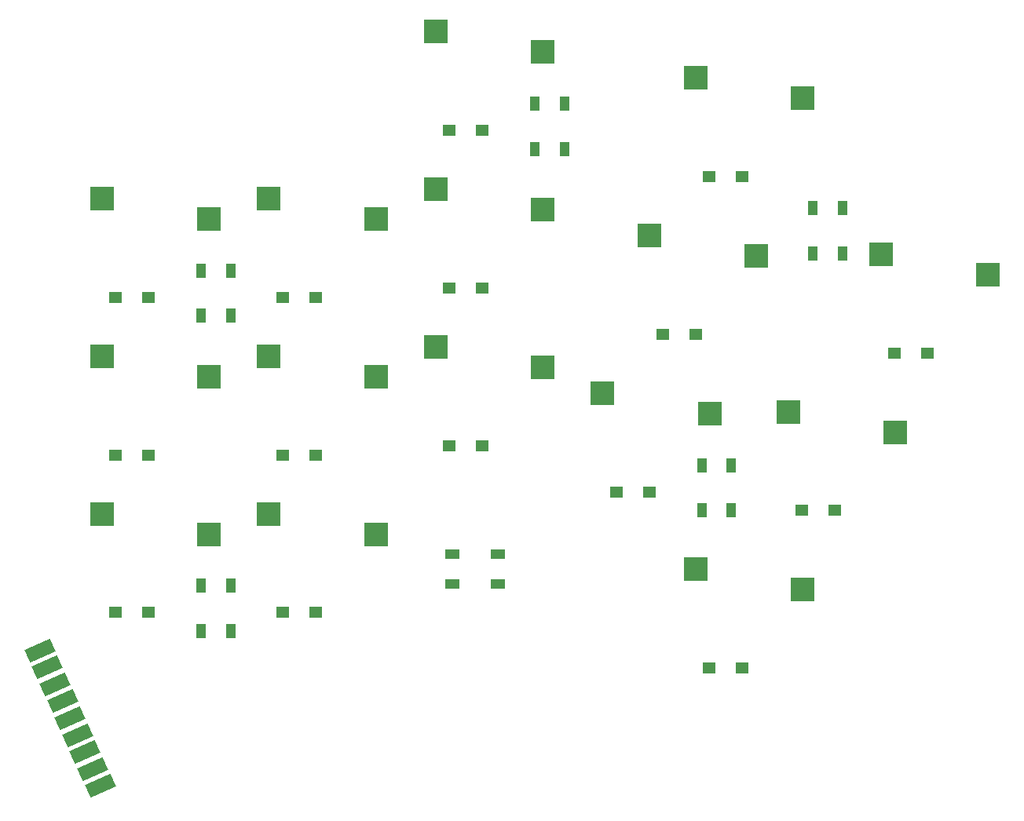
<source format=gbr>
%TF.GenerationSoftware,KiCad,Pcbnew,(6.0.7)*%
%TF.CreationDate,2022-09-08T03:04:32-04:00*%
%TF.ProjectId,right_main_routed,72696768-745f-46d6-9169-6e5f726f7574,v1.0.0*%
%TF.SameCoordinates,Original*%
%TF.FileFunction,Paste,Bot*%
%TF.FilePolarity,Positive*%
%FSLAX46Y46*%
G04 Gerber Fmt 4.6, Leading zero omitted, Abs format (unit mm)*
G04 Created by KiCad (PCBNEW (6.0.7)) date 2022-09-08 03:04:32*
%MOMM*%
%LPD*%
G01*
G04 APERTURE LIST*
G04 Aperture macros list*
%AMRotRect*
0 Rectangle, with rotation*
0 The origin of the aperture is its center*
0 $1 length*
0 $2 width*
0 $3 Rotation angle, in degrees counterclockwise*
0 Add horizontal line*
21,1,$1,$2,0,0,$3*%
G04 Aperture macros list end*
%ADD10R,1.400000X1.300000*%
%ADD11R,2.600000X2.600000*%
%ADD12RotRect,3.000000X1.500000X203.962489*%
%ADD13R,1.000000X1.500000*%
%ADD14R,1.500000X1.000000*%
G04 APERTURE END LIST*
D10*
%TO.C,D6*%
X37750000Y29300000D03*
X34200000Y29300000D03*
%TD*%
D11*
%TO.C,SW3*%
X14725000Y39950000D03*
X26275000Y37750000D03*
%TD*%
%TO.C,SW10*%
X68725000Y18950000D03*
X80275000Y16750000D03*
%TD*%
%TO.C,SW13*%
X78725000Y-50000D03*
X90275000Y-2250000D03*
%TD*%
D12*
%TO.C,J14*%
X8053131Y-8784529D03*
X8865408Y-10612152D03*
X9677685Y-12439775D03*
X10489962Y-14267398D03*
X11302239Y-16095021D03*
X12114516Y-17922644D03*
X12926793Y-19750267D03*
X13739070Y-21577890D03*
X14551347Y-23405513D03*
%TD*%
D11*
%TO.C,SW8*%
X50725000Y40950000D03*
X62275000Y38750000D03*
%TD*%
D10*
%TO.C,D2*%
X19750000Y12300000D03*
X16200000Y12300000D03*
%TD*%
%TO.C,D10*%
X73750000Y8300000D03*
X70200000Y8300000D03*
%TD*%
%TO.C,D11*%
X78750000Y25300000D03*
X75200000Y25300000D03*
%TD*%
%TO.C,D9*%
X55750000Y47300000D03*
X52200000Y47300000D03*
%TD*%
%TO.C,D5*%
X37750000Y12300000D03*
X34200000Y12300000D03*
%TD*%
D11*
%TO.C,SW12*%
X78725000Y52950000D03*
X90275000Y50750000D03*
%TD*%
D10*
%TO.C,D3*%
X19750000Y29300000D03*
X16200000Y29300000D03*
%TD*%
%TO.C,D4*%
X37750000Y-4700000D03*
X34200000Y-4700000D03*
%TD*%
D11*
%TO.C,SW2*%
X14725000Y22950000D03*
X26275000Y20750000D03*
%TD*%
D10*
%TO.C,D13*%
X83750000Y-10700000D03*
X80200000Y-10700000D03*
%TD*%
%TO.C,D7*%
X55750000Y13300000D03*
X52200000Y13300000D03*
%TD*%
%TO.C,D8*%
X55750000Y30300000D03*
X52200000Y30300000D03*
%TD*%
%TO.C,D12*%
X83750000Y42300000D03*
X80200000Y42300000D03*
%TD*%
%TO.C,D15*%
X103750000Y23300000D03*
X100200000Y23300000D03*
%TD*%
D11*
%TO.C,SW14*%
X88725000Y16950000D03*
X100275000Y14750000D03*
%TD*%
D10*
%TO.C,D1*%
X19750000Y-4700000D03*
X16200000Y-4700000D03*
%TD*%
D11*
%TO.C,SW5*%
X32725000Y22950000D03*
X44275000Y20750000D03*
%TD*%
%TO.C,SW9*%
X50725000Y57950000D03*
X62275000Y55750000D03*
%TD*%
%TO.C,SW15*%
X98725000Y33950000D03*
X110275000Y31750000D03*
%TD*%
%TO.C,SW6*%
X32725000Y39950000D03*
X44275000Y37750000D03*
%TD*%
%TO.C,SW7*%
X50725000Y23950000D03*
X62275000Y21750000D03*
%TD*%
D10*
%TO.C,D14*%
X93750000Y6300000D03*
X90200000Y6300000D03*
%TD*%
D11*
%TO.C,SW4*%
X32725000Y5950000D03*
X44275000Y3750000D03*
%TD*%
%TO.C,SW1*%
X14725000Y5950000D03*
X26275000Y3750000D03*
%TD*%
%TO.C,SW11*%
X73725000Y35950000D03*
X85275000Y33750000D03*
%TD*%
D13*
%TO.C,DS6*%
X91400000Y38950000D03*
X94600000Y38950000D03*
X94600000Y34050000D03*
X91400000Y34050000D03*
%TD*%
%TO.C,DS2*%
X28600000Y-6700000D03*
X25400000Y-6700000D03*
X25400000Y-1800000D03*
X28600000Y-1800000D03*
%TD*%
D14*
%TO.C,DS3*%
X57450000Y1600000D03*
X57450000Y-1600000D03*
X52550000Y-1600000D03*
X52550000Y1600000D03*
%TD*%
D13*
%TO.C,DS5*%
X79400000Y11200000D03*
X82600000Y11200000D03*
X82600000Y6300000D03*
X79400000Y6300000D03*
%TD*%
%TO.C,DS7*%
X64600000Y45300000D03*
X61400000Y45300000D03*
X61400000Y50200000D03*
X64600000Y50200000D03*
%TD*%
%TO.C,DS1*%
X28600000Y27300000D03*
X25400000Y27300000D03*
X25400000Y32200000D03*
X28600000Y32200000D03*
%TD*%
M02*

</source>
